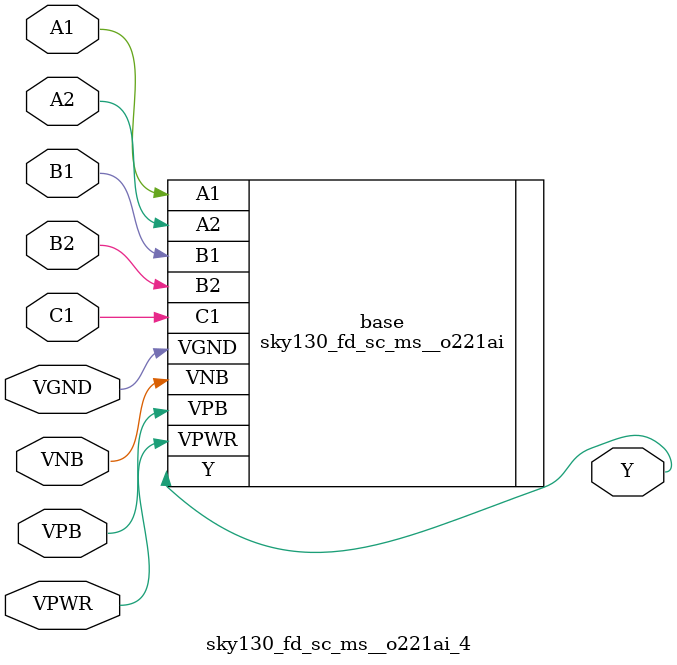
<source format=v>
module sky130_fd_sc_ms__o221ai_4 (
    Y   ,
    A1  ,
    A2  ,
    B1  ,
    B2  ,
    C1  ,
    VPWR,
    VGND,
    VPB ,
    VNB
);
    output Y   ;
    input  A1  ;
    input  A2  ;
    input  B1  ;
    input  B2  ;
    input  C1  ;
    input  VPWR;
    input  VGND;
    input  VPB ;
    input  VNB ;
    sky130_fd_sc_ms__o221ai base (
        .Y(Y),
        .A1(A1),
        .A2(A2),
        .B1(B1),
        .B2(B2),
        .C1(C1),
        .VPWR(VPWR),
        .VGND(VGND),
        .VPB(VPB),
        .VNB(VNB)
    );
endmodule
</source>
